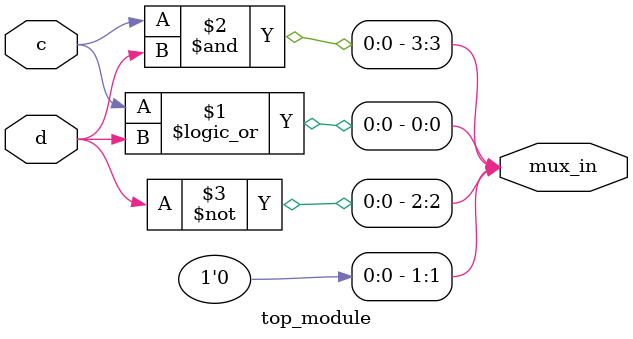
<source format=v>
module top_module (
    input c,
    input d,
    output [3:0] mux_in
); 
    assign mux_in[0]=c||d,mux_in[1]=0,mux_in[3]=(c&d),mux_in[2]=~d;

endmodule

</source>
